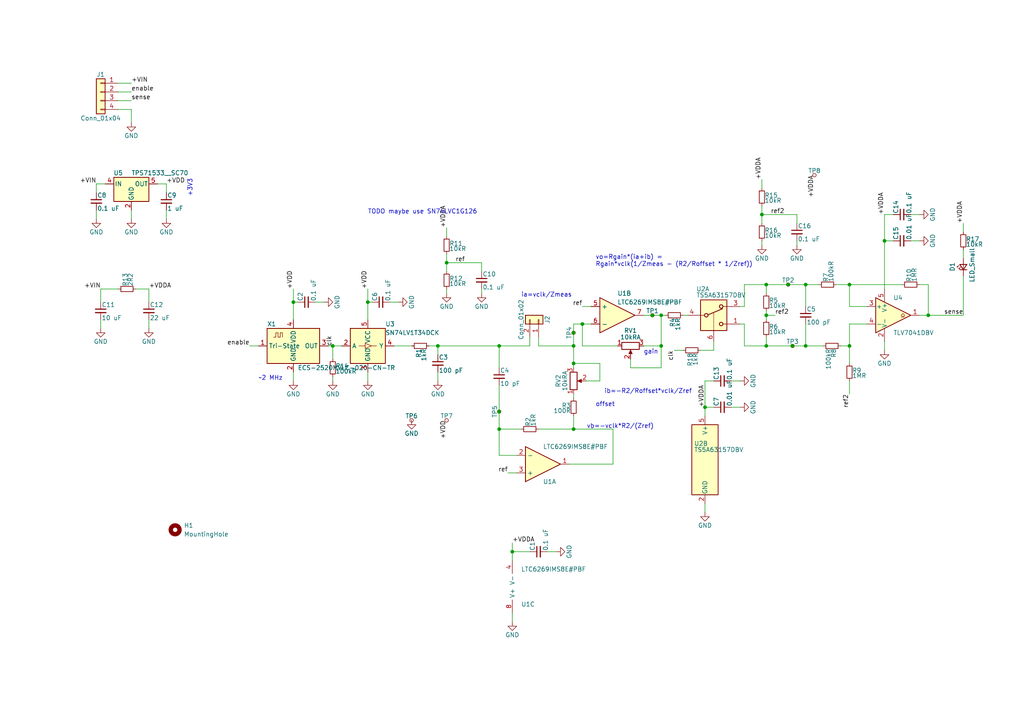
<source format=kicad_sch>
(kicad_sch (version 20231120) (generator "eeschema") (generator_version "8.0")
  (paper "A4")
  (lib_symbols
    (symbol "Analog_Switch:TS5A63157DBV" (pin_names (offset 0.127))
      (property "Reference" "U" (at -3.175 4.699 0))
      (property "Value" "TS5A63157DBV" (at -3.175 2.921 0))
      (symbol "TS5A63157DBV_1_1"
        (rectangle (start -3.81 4.445) (end 3.81 -4.445) (stroke (width 0.254)) (fill (type background)))
        (circle (center -2.159 0) (radius 0.508) (stroke (width 0.254)))
        (polyline (pts (xy -5.08 0) (xy -2.794 0)))
        (polyline (pts (xy -1.651 0.127) (xy 2.54 1.905)) (stroke (width 0.254)))
        (polyline (pts (xy 0 -5.08) (xy 0 -4.572)))
        (polyline (pts (xy 0 -4.318) (xy 0 -4.064)))
        (polyline (pts (xy 0 -3.81) (xy 0 -3.556)))
        (polyline (pts (xy 0 -3.302) (xy 0 -3.048)))
        (polyline (pts (xy 0 -2.794) (xy 0 -2.54)))
        (polyline (pts (xy 0 -2.286) (xy 0 -2.032)))
        (polyline (pts (xy 0 -1.778) (xy 0 -1.524)))
        (polyline (pts (xy 0 -1.27) (xy 0 -1.016)))
        (polyline (pts (xy 0 -0.762) (xy 0 -0.508)))
        (polyline (pts (xy 0 -0.254) (xy 0 0)))
        (polyline (pts (xy 0 0.254) (xy 0 0.508)))
        (polyline (pts (xy 0 0.254) (xy 0 0.508)))
        (polyline (pts (xy 5.08 -2.54) (xy 2.794 -2.54)))
        (polyline (pts (xy 5.08 2.54) (xy 2.794 2.54)))
        (circle (center 2.159 -2.54) (radius 0.508) (stroke (width 0.254)))
        (circle (center 2.159 2.54) (radius 0.508) (stroke (width 0.254)))
        (pin passive line (at 7.62 -2.54 180) (length 2.54) (name "~") (number "1"))
        (pin passive line (at 7.62 2.54 180) (length 2.54) (name "~") (number "3"))
        (pin passive line (at -7.62 0 0) (length 2.54) (name "~") (number "4"))
        (pin input line (at 0 -7.62 90) (length 2.54) (name "~") (number "6"))
      )
      (symbol "TS5A63157DBV_2_0"
        (pin power_in line (at 0 -12.7 90) (length 2.54) (name "GND") (number "2"))
        (pin power_in line (at 0 12.7 270) (length 2.54) (name "V+") (number "5"))
      )
      (symbol "TS5A63157DBV_2_1"
        (rectangle (start -3.81 10.16) (end 3.81 -10.16) (stroke (width 0.254)) (fill (type background)))
      )
    )
    (symbol "Comparator:TLV7041DBV" (pin_names (offset 0.127))
      (property "Reference" "U" (at 0 5.08 0))
      (property "Value" "TLV7041DBV" (at 0 -5.08 0))
      (symbol "TLV7041DBV_0_1"
        (polyline (pts (xy -5.08 5.08) (xy 5.08 0) (xy -5.08 -5.08) (xy -5.08 5.08)) (stroke (width 0.254)) (fill (type background)))
        (polyline (pts (xy 3.302 -0.508) (xy 2.794 -0.508) (xy 3.302 0) (xy 2.794 0.508) (xy 2.286 0) (xy 2.794 -0.508) (xy 2.286 -0.508)) (stroke (width 0.127)))
        (pin power_in line (at -2.54 -7.62 90) (length 3.81) (name "V-") (number "2"))
        (pin power_in line (at -2.54 7.62 270) (length 3.81) (name "V+") (number "5"))
      )
      (symbol "TLV7041DBV_1_1"
        (pin open_collector line (at 7.62 0 180) (length 2.54) (name "~") (number "1"))
        (pin input line (at -7.62 2.54 0) (length 2.54) (name "+") (number "3"))
        (pin input line (at -7.62 -2.54 0) (length 2.54) (name "-") (number "4"))
      )
    )
    (symbol "Connector:TestPoint_Small" (pin_numbers hide) (pin_names (offset 0.762) hide)
      (property "Reference" "TP" (at 0 3.81 0))
      (property "Value" "TestPoint_Small" (at 0 2.032 0))
      (symbol "TestPoint_Small_0_1"
        (circle (center 0 0) (radius 0.508))
      )
      (symbol "TestPoint_Small_1_1"
        (pin passive line (at 0 0 90) (length 0) (name "1") (number "1"))
      )
    )
    (symbol "Connector_Generic:Conn_01x02" (pin_names (offset 1.016) hide)
      (property "Reference" "J" (at 0 2.54 0))
      (property "Value" "Conn_01x02" (at 0 -5.08 0))
      (symbol "Conn_01x02_1_1"
        (rectangle (start -1.27 -2.413) (end 0 -2.667) (stroke (width 0.1524)))
        (rectangle (start -1.27 0.127) (end 0 -0.127) (stroke (width 0.1524)))
        (rectangle (start -1.27 1.27) (end 1.27 -3.81) (stroke (width 0.254)) (fill (type background)))
        (pin passive line (at -5.08 0 0) (length 3.81) (name "Pin_1") (number "1"))
        (pin passive line (at -5.08 -2.54 0) (length 3.81) (name "Pin_2") (number "2"))
      )
    )
    (symbol "Connector_Generic:Conn_01x04" (pin_names (offset 1.016) hide)
      (property "Reference" "J" (at 0 5.08 0))
      (property "Value" "Conn_01x04" (at 0 -7.62 0))
      (symbol "Conn_01x04_1_1"
        (rectangle (start -1.27 -4.953) (end 0 -5.207) (stroke (width 0.1524)))
        (rectangle (start -1.27 -2.413) (end 0 -2.667) (stroke (width 0.1524)))
        (rectangle (start -1.27 0.127) (end 0 -0.127) (stroke (width 0.1524)))
        (rectangle (start -1.27 2.667) (end 0 2.413) (stroke (width 0.1524)))
        (rectangle (start -1.27 3.81) (end 1.27 -6.35) (stroke (width 0.254)) (fill (type background)))
        (pin passive line (at -5.08 2.54 0) (length 3.81) (name "Pin_1") (number "1"))
        (pin passive line (at -5.08 0 0) (length 3.81) (name "Pin_2") (number "2"))
        (pin passive line (at -5.08 -2.54 0) (length 3.81) (name "Pin_3") (number "3"))
        (pin passive line (at -5.08 -5.08 0) (length 3.81) (name "Pin_4") (number "4"))
      )
    )
    (symbol "Device:C_Small" (pin_numbers hide) (pin_names (offset 0.254) hide)
      (property "Reference" "C" (at 0.254 1.778 0))
      (property "Value" "C_Small" (at 0.254 -2.032 0))
      (symbol "C_Small_0_1"
        (polyline (pts (xy -1.524 -0.508) (xy 1.524 -0.508)) (stroke (width 0.3302)))
        (polyline (pts (xy -1.524 0.508) (xy 1.524 0.508)) (stroke (width 0.3048)))
      )
      (symbol "C_Small_1_1"
        (pin passive line (at 0 2.54 270) (length 2.032) (name "~") (number "1"))
        (pin passive line (at 0 -2.54 90) (length 2.032) (name "~") (number "2"))
      )
    )
    (symbol "Device:LED_Small" (pin_numbers hide) (pin_names (offset 0.254) hide)
      (property "Reference" "D" (at -1.27 3.175 0))
      (property "Value" "LED_Small" (at -4.445 -2.54 0))
      (symbol "LED_Small_0_1"
        (polyline (pts (xy -0.762 -1.016) (xy -0.762 1.016)) (stroke (width 0.254)))
        (polyline (pts (xy 1.016 0) (xy -0.762 0)))
        (polyline (pts (xy 0.762 -1.016) (xy -0.762 0) (xy 0.762 1.016) (xy 0.762 -1.016)) (stroke (width 0.254)))
        (polyline (pts (xy 0 0.762) (xy -0.508 1.27) (xy -0.254 1.27) (xy -0.508 1.27) (xy -0.508 1.016)))
        (polyline (pts (xy 0.508 1.27) (xy 0 1.778) (xy 0.254 1.778) (xy 0 1.778) (xy 0 1.524)))
      )
      (symbol "LED_Small_1_1"
        (pin passive line (at -2.54 0 0) (length 1.778) (name "K") (number "1"))
        (pin passive line (at 2.54 0 180) (length 1.778) (name "A") (number "2"))
      )
    )
    (symbol "Device:Opamp_Dual"
      (property "Reference" "U" (at 0 5.08 0))
      (property "Value" "Opamp_Dual" (at 0 -5.08 0))
      (symbol "Opamp_Dual_1_1"
        (polyline (pts (xy -5.08 5.08) (xy 5.08 0) (xy -5.08 -5.08) (xy -5.08 5.08)) (stroke (width 0.254)) (fill (type background)))
        (pin output line (at 7.62 0 180) (length 2.54) (name "~") (number "1"))
        (pin input line (at -7.62 -2.54 0) (length 2.54) (name "-") (number "2"))
        (pin input line (at -7.62 2.54 0) (length 2.54) (name "+") (number "3"))
      )
      (symbol "Opamp_Dual_2_1"
        (polyline (pts (xy -5.08 5.08) (xy 5.08 0) (xy -5.08 -5.08) (xy -5.08 5.08)) (stroke (width 0.254)) (fill (type background)))
        (pin input line (at -7.62 2.54 0) (length 2.54) (name "+") (number "5"))
        (pin input line (at -7.62 -2.54 0) (length 2.54) (name "-") (number "6"))
        (pin output line (at 7.62 0 180) (length 2.54) (name "~") (number "7"))
      )
      (symbol "Opamp_Dual_3_1"
        (pin power_in line (at -2.54 -7.62 90) (length 3.81) (name "V-") (number "4"))
        (pin power_in line (at -2.54 7.62 270) (length 3.81) (name "V+") (number "8"))
      )
    )
    (symbol "Device:R_Potentiometer" (pin_names (offset 1.016) hide)
      (property "Reference" "RV" (at -4.445 0 90))
      (property "Value" "R_Potentiometer" (at -2.54 0 90))
      (symbol "R_Potentiometer_0_1"
        (polyline (pts (xy 2.54 0) (xy 1.524 0)))
        (polyline (pts (xy 1.143 0) (xy 2.286 0.508) (xy 2.286 -0.508) (xy 1.143 0)) (fill (type outline)))
        (rectangle (start 1.016 2.54) (end -1.016 -2.54) (stroke (width 0.254)))
      )
      (symbol "R_Potentiometer_1_1"
        (pin passive line (at 0 3.81 270) (length 1.27) (name "1") (number "1"))
        (pin passive line (at 3.81 0 180) (length 1.27) (name "2") (number "2"))
        (pin passive line (at 0 -3.81 90) (length 1.27) (name "3") (number "3"))
      )
    )
    (symbol "Device:R_Small" (pin_numbers hide) (pin_names (offset 0.254) hide)
      (property "Reference" "R" (at 0.762 0.508 0))
      (property "Value" "R_Small" (at 0.762 -1.016 0))
      (symbol "R_Small_0_1"
        (rectangle (start -0.762 1.778) (end 0.762 -1.778) (stroke (width 0.2032)))
      )
      (symbol "R_Small_1_1"
        (pin passive line (at 0 2.54 270) (length 0.762) (name "~") (number "1"))
        (pin passive line (at 0 -2.54 90) (length 0.762) (name "~") (number "2"))
      )
    )
    (symbol "Logic_LevelTranslator:SN74LV1T34DCK"
      (property "Reference" "U" (at 5.08 6.35 0))
      (property "Value" "SN74LV1T34DCK" (at 5.08 3.81 0))
      (symbol "SN74LV1T34DCK_0_1"
        (rectangle (start -5.08 5.08) (end 5.08 -5.08) (stroke (width 0.254)) (fill (type background)))
        (polyline (pts (xy -0.762 0) (xy -2.54 0)))
        (polyline (pts (xy 1.016 0) (xy 2.54 0)))
      )
      (symbol "SN74LV1T34DCK_1_1"
        (polyline (pts (xy -0.762 -0.762) (xy -0.762 0.762) (xy 1.016 0) (xy -0.762 -0.762)))
        (pin no_connect line (at -5.08 2.54 0) (length 2.54) hide (name "NC") (number "1"))
        (pin input line (at -7.62 0 0) (length 2.54) (name "A") (number "2"))
        (pin power_in line (at 0 -7.62 90) (length 2.54) (name "GND") (number "3"))
        (pin output line (at 7.62 0 180) (length 2.54) (name "Y") (number "4"))
        (pin power_in line (at 0 7.62 270) (length 2.54) (name "VCC") (number "5"))
      )
    )
    (symbol "Mechanical:MountingHole" (pin_names (offset 1.016))
      (property "Reference" "H" (at 0 5.08 0))
      (property "Value" "MountingHole" (at 0 3.175 0))
      (symbol "MountingHole_0_1"
        (circle (center 0 0) (radius 1.27) (stroke (width 1.27)))
      )
    )
    (symbol "Oscillator:ASCO"
      (property "Reference" "X" (at -7.62 6.35 0))
      (property "Value" "ASCO" (at 1.27 -6.35 0))
      (symbol "ASCO_0_1"
        (rectangle (start -7.62 5.08) (end 7.62 -5.08) (stroke (width 0.254)) (fill (type background)))
        (polyline (pts (xy -5.715 2.54) (xy -5.08 2.54) (xy -5.08 3.81) (xy -4.445 3.81) (xy -4.445 2.54) (xy -3.81 2.54) (xy -3.81 3.81) (xy -3.175 3.81) (xy -3.175 2.54)))
      )
      (symbol "ASCO_1_1"
        (pin input line (at -10.16 0 0) (length 2.54) (name "Tri-State") (number "1"))
        (pin power_in line (at 0 -7.62 90) (length 2.54) (name "GND") (number "2"))
        (pin output line (at 10.16 0 180) (length 2.54) (name "OUT") (number "3"))
        (pin power_in line (at 0 7.62 270) (length 2.54) (name "VDD") (number "4"))
      )
    )
    (symbol "Regulator_Linear:TPS71533__SC70" (pin_names (offset 0.254))
      (property "Reference" "U" (at -3.81 3.175 0))
      (property "Value" "TPS71533__SC70" (at 0 3.175 0))
      (symbol "TPS71533__SC70_0_1"
        (rectangle (start -5.08 1.905) (end 5.08 -5.08) (stroke (width 0.254)) (fill (type background)))
      )
      (symbol "TPS71533__SC70_1_1"
        (pin no_connect line (at 5.08 -2.54 180) (length 2.54) hide (name "NC") (number "1"))
        (pin power_in line (at 0 -7.62 90) (length 2.54) (name "GND") (number "2"))
        (pin no_connect line (at -5.08 -2.54 0) (length 2.54) hide (name "NC") (number "3"))
        (pin power_in line (at -7.62 0 0) (length 2.54) (name "IN") (number "4"))
        (pin power_out line (at 7.62 0 180) (length 2.54) (name "OUT") (number "5"))
      )
    )
    (symbol "power:GND" (power) (pin_names (offset 0))
      (property "Value" "GND" (at 0 -3.81 0))
      (symbol "GND_0_1"
        (polyline (pts (xy 0 0) (xy 0 -1.27) (xy 1.27 -1.27) (xy 0 -2.54) (xy -1.27 -1.27) (xy 0 -1.27)))
      )
      (symbol "GND_1_1"
        (pin power_in line (at 0 0 270) (length 0) hide (name "GND") (number "1"))
      )
    )
  )
  (junction (at 166.37 96.52))
  (junction (at 191.77 100.33))
  (junction (at 222.25 82.55))
  (junction (at 204.47 118.11))
  (junction (at 144.78 119.38))
  (junction (at 85.09 87.63))
  (junction (at 228.6 82.55))
  (junction (at 144.78 124.46))
  (junction (at 168.91 93.98))
  (junction (at 229.87 100.33))
  (junction (at 106.68 87.63))
  (junction (at 189.23 91.44))
  (junction (at 222.25 100.33))
  (junction (at 233.68 100.33))
  (junction (at 233.68 82.55))
  (junction (at 166.37 124.46))
  (junction (at 144.78 100.33))
  (junction (at 129.54 76.2))
  (junction (at 96.52 100.33))
  (junction (at 269.24 91.44))
  (junction (at 246.38 82.55))
  (junction (at 166.37 105.41))
  (junction (at 222.25 91.44))
  (junction (at 127 100.33))
  (junction (at 246.38 100.33))
  (junction (at 166.37 100.33))
  (junction (at 220.98 62.23))
  (junction (at 148.59 160.02))
  (junction (at 191.77 91.44))
  (junction (at 256.54 69.85))
  (wire (pts (xy 129.54 76.2) (xy 129.54 78.74)))
  (wire (pts (xy 96.52 100.33) (xy 99.06 100.33)))
  (wire (pts (xy 231.14 64.77) (xy 231.14 62.23)))
  (wire (pts (xy 191.77 100.33) (xy 191.77 91.44)))
  (wire (pts (xy 256.54 62.23) (xy 256.54 69.85)))
  (wire (pts (xy 86.36 87.63) (xy 85.09 87.63)))
  (wire (pts (xy 48.26 60.96) (xy 48.26 63.5)))
  (wire (pts (xy 195.58 101.6) (xy 198.12 101.6)))
  (wire (pts (xy 191.77 91.44) (xy 189.23 91.44)))
  (wire (pts (xy 279.4 64.77) (xy 279.4 67.31)))
  (wire (pts (xy 171.45 93.98) (xy 168.91 93.98)))
  (wire (pts (xy 228.6 82.55) (xy 222.25 82.55)))
  (wire (pts (xy 129.54 76.2) (xy 139.7 76.2)))
  (wire (pts (xy 204.47 146.05) (xy 204.47 148.59)))
  (wire (pts (xy 127 100.33) (xy 124.46 100.33)))
  (wire (pts (xy 85.09 83.82) (xy 85.09 87.63)))
  (wire (pts (xy 207.01 110.49) (xy 204.47 110.49)))
  (wire (pts (xy 168.91 93.98) (xy 166.37 93.98)))
  (wire (pts (xy 27.94 53.34) (xy 27.94 55.88)))
  (wire (pts (xy 148.59 160.02) (xy 148.59 162.56)))
  (wire (pts (xy 279.4 72.39) (xy 279.4 74.93)))
  (wire (pts (xy 220.98 62.23) (xy 220.98 64.77)))
  (wire (pts (xy 144.78 124.46) (xy 151.13 124.46)))
  (wire (pts (xy 229.87 100.33) (xy 222.25 100.33)))
  (wire (pts (xy 156.21 100.33) (xy 156.21 97.79)))
  (wire (pts (xy 233.68 93.98) (xy 233.68 100.33)))
  (wire (pts (xy 168.91 88.9) (xy 171.45 88.9)))
  (wire (pts (xy 222.25 97.79) (xy 222.25 100.33)))
  (wire (pts (xy 215.9 93.98) (xy 215.9 100.33)))
  (wire (pts (xy 147.32 137.16) (xy 149.86 137.16)))
  (wire (pts (xy 166.37 96.52) (xy 166.37 100.33)))
  (wire (pts (xy 158.75 160.02) (xy 161.29 160.02)))
  (wire (pts (xy 85.09 87.63) (xy 85.09 92.71)))
  (wire (pts (xy 204.47 110.49) (xy 204.47 118.11)))
  (wire (pts (xy 177.8 134.62) (xy 177.8 124.46)))
  (wire (pts (xy 222.25 82.55) (xy 222.25 85.09)))
  (wire (pts (xy 269.24 82.55) (xy 269.24 91.44)))
  (wire (pts (xy 204.47 118.11) (xy 207.01 118.11)))
  (wire (pts (xy 246.38 93.98) (xy 246.38 100.33)))
  (wire (pts (xy 144.78 100.33) (xy 144.78 106.68)))
  (wire (pts (xy 189.23 91.44) (xy 186.69 91.44)))
  (wire (pts (xy 106.68 107.95) (xy 106.68 110.49)))
  (wire (pts (xy 153.67 97.79) (xy 153.67 100.33)))
  (wire (pts (xy 95.25 100.33) (xy 96.52 100.33)))
  (wire (pts (xy 165.1 134.62) (xy 177.8 134.62)))
  (wire (pts (xy 177.8 124.46) (xy 166.37 124.46)))
  (wire (pts (xy 27.94 53.34) (xy 30.48 53.34)))
  (wire (pts (xy 129.54 73.66) (xy 129.54 76.2)))
  (wire (pts (xy 156.21 100.33) (xy 166.37 100.33)))
  (wire (pts (xy 144.78 132.08) (xy 144.78 124.46)))
  (wire (pts (xy 256.54 69.85) (xy 259.08 69.85)))
  (wire (pts (xy 168.91 100.33) (xy 179.07 100.33)))
  (wire (pts (xy 29.21 92.71) (xy 29.21 95.25)))
  (wire (pts (xy 43.18 92.71) (xy 43.18 95.25)))
  (wire (pts (xy 38.1 60.96) (xy 38.1 63.5)))
  (wire (pts (xy 48.26 53.34) (xy 48.26 55.88)))
  (wire (pts (xy 251.46 88.9) (xy 246.38 88.9)))
  (wire (pts (xy 220.98 62.23) (xy 231.14 62.23)))
  (wire (pts (xy 173.99 110.49) (xy 173.99 105.41)))
  (wire (pts (xy 186.69 100.33) (xy 191.77 100.33)))
  (wire (pts (xy 215.9 88.9) (xy 215.9 82.55)))
  (wire (pts (xy 279.4 80.01) (xy 279.4 91.44)))
  (wire (pts (xy 129.54 83.82) (xy 129.54 85.09)))
  (wire (pts (xy 214.63 88.9) (xy 215.9 88.9)))
  (wire (pts (xy 212.09 118.11) (xy 214.63 118.11)))
  (wire (pts (xy 113.03 87.63) (xy 115.57 87.63)))
  (wire (pts (xy 264.16 69.85) (xy 266.7 69.85)))
  (wire (pts (xy 233.68 100.33) (xy 238.76 100.33)))
  (wire (pts (xy 243.84 100.33) (xy 246.38 100.33)))
  (wire (pts (xy 148.59 160.02) (xy 153.67 160.02)))
  (wire (pts (xy 166.37 100.33) (xy 166.37 105.41)))
  (wire (pts (xy 170.18 110.49) (xy 173.99 110.49)))
  (wire (pts (xy 139.7 83.82) (xy 139.7 85.09)))
  (wire (pts (xy 166.37 115.57) (xy 166.37 114.3)))
  (wire (pts (xy 106.68 83.82) (xy 106.68 87.63)))
  (wire (pts (xy 191.77 106.68) (xy 191.77 100.33)))
  (wire (pts (xy 43.18 83.82) (xy 43.18 87.63)))
  (wire (pts (xy 246.38 82.55) (xy 261.62 82.55)))
  (wire (pts (xy 233.68 82.55) (xy 237.49 82.55)))
  (wire (pts (xy 168.91 100.33) (xy 168.91 93.98)))
  (wire (pts (xy 114.3 100.33) (xy 119.38 100.33)))
  (wire (pts (xy 166.37 93.98) (xy 166.37 96.52)))
  (wire (pts (xy 259.08 62.23) (xy 256.54 62.23)))
  (wire (pts (xy 231.14 69.85) (xy 231.14 71.12)))
  (wire (pts (xy 222.25 91.44) (xy 224.79 91.44)))
  (wire (pts (xy 96.52 100.33) (xy 96.52 104.14)))
  (wire (pts (xy 149.86 132.08) (xy 144.78 132.08)))
  (wire (pts (xy 45.72 53.34) (xy 48.26 53.34)))
  (wire (pts (xy 256.54 69.85) (xy 256.54 83.82)))
  (wire (pts (xy 127 107.95) (xy 127 110.49)))
  (wire (pts (xy 34.29 31.75) (xy 38.1 31.75)))
  (wire (pts (xy 144.78 119.38) (xy 144.78 124.46)))
  (wire (pts (xy 182.88 104.14) (xy 182.88 106.68)))
  (wire (pts (xy 156.21 124.46) (xy 166.37 124.46)))
  (wire (pts (xy 166.37 120.65) (xy 166.37 124.46)))
  (wire (pts (xy 127 100.33) (xy 144.78 100.33)))
  (wire (pts (xy 72.39 100.33) (xy 74.93 100.33)))
  (wire (pts (xy 91.44 87.63) (xy 93.98 87.63)))
  (wire (pts (xy 166.37 105.41) (xy 166.37 106.68)))
  (wire (pts (xy 173.99 105.41) (xy 166.37 105.41)))
  (wire (pts (xy 34.29 26.67) (xy 38.1 26.67)))
  (wire (pts (xy 220.98 69.85) (xy 220.98 71.12)))
  (wire (pts (xy 212.09 110.49) (xy 214.63 110.49)))
  (wire (pts (xy 246.38 110.49) (xy 246.38 114.3)))
  (wire (pts (xy 148.59 177.8) (xy 148.59 180.34)))
  (wire (pts (xy 144.78 100.33) (xy 153.67 100.33)))
  (wire (pts (xy 266.7 91.44) (xy 269.24 91.44)))
  (wire (pts (xy 233.68 88.9) (xy 233.68 82.55)))
  (wire (pts (xy 148.59 157.48) (xy 148.59 160.02)))
  (wire (pts (xy 251.46 93.98) (xy 246.38 93.98)))
  (wire (pts (xy 182.88 106.68) (xy 191.77 106.68)))
  (wire (pts (xy 34.29 29.21) (xy 38.1 29.21)))
  (wire (pts (xy 215.9 82.55) (xy 222.25 82.55)))
  (wire (pts (xy 233.68 82.55) (xy 228.6 82.55)))
  (wire (pts (xy 39.37 83.82) (xy 43.18 83.82)))
  (wire (pts (xy 256.54 99.06) (xy 256.54 101.6)))
  (wire (pts (xy 38.1 35.56) (xy 38.1 31.75)))
  (wire (pts (xy 222.25 91.44) (xy 222.25 92.71)))
  (wire (pts (xy 29.21 83.82) (xy 34.29 83.82)))
  (wire (pts (xy 266.7 82.55) (xy 269.24 82.55)))
  (wire (pts (xy 106.68 87.63) (xy 106.68 92.71)))
  (wire (pts (xy 220.98 52.07) (xy 220.98 54.61)))
  (wire (pts (xy 107.95 87.63) (xy 106.68 87.63)))
  (wire (pts (xy 96.52 109.22) (xy 96.52 110.49)))
  (wire (pts (xy 129.54 66.04) (xy 129.54 68.58)))
  (wire (pts (xy 27.94 60.96) (xy 27.94 63.5)))
  (wire (pts (xy 191.77 91.44) (xy 193.04 91.44)))
  (wire (pts (xy 198.12 91.44) (xy 199.39 91.44)))
  (wire (pts (xy 204.47 118.11) (xy 204.47 120.65)))
  (wire (pts (xy 34.29 24.13) (xy 38.1 24.13)))
  (wire (pts (xy 233.68 100.33) (xy 229.87 100.33)))
  (wire (pts (xy 222.25 90.17) (xy 222.25 91.44)))
  (wire (pts (xy 269.24 91.44) (xy 279.4 91.44)))
  (wire (pts (xy 203.2 101.6) (xy 207.01 101.6)))
  (wire (pts (xy 29.21 83.82) (xy 29.21 87.63)))
  (wire (pts (xy 127 102.87) (xy 127 100.33)))
  (wire (pts (xy 207.01 99.06) (xy 207.01 101.6)))
  (wire (pts (xy 242.57 82.55) (xy 246.38 82.55)))
  (wire (pts (xy 264.16 62.23) (xy 266.7 62.23)))
  (wire (pts (xy 215.9 100.33) (xy 222.25 100.33)))
  (wire (pts (xy 85.09 107.95) (xy 85.09 110.49)))
  (wire (pts (xy 220.98 59.69) (xy 220.98 62.23)))
  (wire (pts (xy 214.63 93.98) (xy 215.9 93.98)))
  (wire (pts (xy 144.78 111.76) (xy 144.78 119.38)))
  (wire (pts (xy 246.38 100.33) (xy 246.38 105.41)))
  (wire (pts (xy 139.7 78.74) (xy 139.7 76.2)))
  (wire (pts (xy 246.38 88.9) (xy 246.38 82.55)))
  (text "vb=-vclk*R2/(Zref)" (at 170.18 124.46 0) (effects (font (size 1.27 1.27)) (justify left bottom)))
  (text "offset" (at 172.72 118.11 0) (effects (font (size 1.27 1.27)) (justify left bottom)))
  (text "gain" (at 186.69 102.87 0) (effects (font (size 1.27 1.27)) (justify left bottom)))
  (text "vo=Rgain*(ia+ib) = \nRgain*vclk(1/Zmeas - (R2/Roffset * 1/Zref))" (at 172.72 77.47 0) (effects (font (size 1.27 1.27)) (justify left bottom)))
  (text "+3V3" (at 55.88 57.15 90) (effects (font (size 1.27 1.27)) (justify left bottom)))
  (text "~2 MHz" (at 74.93 110.49 0) (effects (font (size 1.27 1.27)) (justify left bottom)))
  (text "ia=vclk/Zmeas" (at 151.13 86.36 0) (effects (font (size 1.27 1.27)) (justify left bottom)))
  (text "TODO maybe use SN74LVC1G126" (at 106.68 62.23 0) (effects (font (size 1.27 1.27)) (justify left bottom)))
  (text "ib=-R2/Roffset*vclk/Zref" (at 175.26 114.3 0) (effects (font (size 1.27 1.27)) (justify left bottom)))
  (label "ref" (at 168.91 88.9 180))
  (label "enable" (at 38.1 26.67 0))
  (label "ref" (at 132.08 76.2 0))
  (label "+VIN" (at 29.21 83.82 180))
  (label "clk" (at 96.52 100.33 90))
  (label "enable" (at 72.39 100.33 180))
  (label "+VDDA" (at 236.22 50.8 270))
  (label "+VDDA" (at 256.54 62.23 90))
  (label "ref" (at 147.32 137.16 180))
  (label "+VDD" (at 48.26 53.34 0))
  (label "+VIN" (at 27.94 53.34 180))
  (label "+VIN" (at 38.1 24.13 0))
  (label "+VDDA" (at 279.4 64.77 90))
  (label "+VDDA" (at 129.54 66.04 90))
  (label "sense" (at 38.1 29.21 0))
  (label "+VDD" (at 129.54 121.92 270))
  (label "+VDDA" (at 43.18 83.82 0))
  (label "ref2" (at 224.79 91.44 0))
  (label "sense" (at 279.4 91.44 180))
  (label "+VDDA" (at 204.47 118.11 90))
  (label "clk" (at 195.58 101.6 270))
  (label "ref2" (at 246.38 114.3 270))
  (label "+VDDA" (at 220.98 52.07 90))
  (label "+VDD" (at 106.68 83.82 90))
  (label "+VDD" (at 85.09 83.82 90))
  (label "+VDDA" (at 148.59 157.48 0))
  (label "ref2" (at 223.52 62.23 0))
  (symbol (lib_id "power:GND") (at 139.7 85.09 0) (unit 1)
    (property "Reference" "#PWR018" (effects (hide yes)))
    (property "Value" "GND" (at 139.7 88.9 0))
  )
  (symbol (lib_id "Connector:TestPoint_Small") (at 119.38 121.92 0) (unit 1)
    (property "Reference" "TP6" (at 119.38 120.65 0))
    (property "Value" "TestPoint_Small" (effects (hide yes)))
    (property "Footprint" "TestPoint:TestPoint_Pad_D1.0mm" (effects (hide yes)))
    (property "Digikey" "NoPart" (effects (hide yes)))
  )
  (symbol (lib_id "Device:C_Small") (at 27.94 58.42 0) (unit 1)
    (property "Reference" "C8" (at 28.194 56.642 0) (effects (justify left)))
    (property "Value" "0.1 uF" (at 28.194 60.452 0) (effects (justify left)))
    (property "Footprint" "Capacitor_SMD:C_0402_1005Metric_Pad0.74x0.62mm_HandSolder" (effects (hide yes)))
    (property "Digikey" "1276-1002-1-ND" (effects (hide yes)))
  )
  (symbol (lib_id "Device:R_Small") (at 121.92 100.33 90) (mirror x) (unit 1)
    (property "Reference" "R1" (at 121.412 101.092 0) (effects (justify left)))
    (property "Value" "1kR" (at 122.936 101.092 0) (effects (justify left)))
    (property "Footprint" "Resistor_SMD:R_0402_1005Metric_Pad0.72x0.64mm_HandSolder" (effects (hide yes)))
    (property "Digikey" "311-1.00KLRCT-ND" (effects (hide yes)))
  )
  (symbol (lib_id "Device:R_Small") (at 129.54 81.28 0) (unit 1)
    (property "Reference" "R12" (at 130.302 80.772 0) (effects (justify left)))
    (property "Value" "10kR" (at 130.302 82.296 0) (effects (justify left)))
    (property "Footprint" "Resistor_SMD:R_0402_1005Metric_Pad0.72x0.64mm_HandSolder" (effects (hide yes)))
    (property "Digikey" "1276-3431-1-ND" (effects (hide yes)))
  )
  (symbol (lib_id "Connector:TestPoint_Small") (at 129.54 121.92 0) (unit 1)
    (property "Reference" "TP7" (at 129.54 120.65 0))
    (property "Value" "TestPoint_Small" (effects (hide yes)))
    (property "Footprint" "TestPoint:TestPoint_Pad_D1.0mm" (effects (hide yes)))
    (property "Digikey" "NoPart" (effects (hide yes)))
  )
  (symbol (lib_id "Device:Opamp_Dual") (at 157.48 134.62 0) (mirror x) (unit 1)
    (property "Reference" "U1" (at 157.48 139.7 0) (effects (justify left)))
    (property "Value" "LTC6269IMS8E#PBF" (at 157.48 129.54 0) (effects (justify left)))
    (property "Footprint" "Package_SO:MSOP-8-1EP_3x3mm_P0.65mm_EP1.68x1.88mm" (effects (hide yes)))
    (property "Sim.Name" "kicad_builtin_opamp_dual" (effects (hide yes)))
    (property "Sim.Device" "SUBCKT" (effects (hide yes)))
    (property "Sim.Pins" "1=out1 2=in1- 3=in1+ 4=vee 5=in2+ 6=in2- 7=out2 8=vcc" (effects (hide yes)))
    (property "Digikey" "505-LTC6269IMS8E#PBF-ND" (effects (hide yes)))
  )
  (symbol (lib_id "Device:C_Small") (at 139.7 81.28 0) (unit 1)
    (property "Reference" "C10" (at 139.954 79.502 0) (effects (justify left)))
    (property "Value" "0.1 uF" (at 139.954 83.312 0) (effects (justify left)))
    (property "Footprint" "Capacitor_SMD:C_0402_1005Metric_Pad0.74x0.62mm_HandSolder" (effects (hide yes)))
    (property "Digikey" "1276-1002-1-ND" (effects (hide yes)))
  )
  (symbol (lib_id "Device:R_Small") (at 222.25 87.63 0) (unit 1)
    (property "Reference" "R5" (at 223.012 87.122 0) (effects (justify left)))
    (property "Value" "10kR" (at 223.012 88.646 0) (effects (justify left)))
    (property "Footprint" "Resistor_SMD:R_0402_1005Metric_Pad0.72x0.64mm_HandSolder" (effects (hide yes)))
    (property "Digikey" "1276-3431-1-ND" (effects (hide yes)))
  )
  (symbol (lib_id "Device:Opamp_Dual") (at 179.07 91.44 0) (unit 2)
    (property "Reference" "U1" (at 179.07 85.09 0) (effects (justify left)))
    (property "Value" "LTC6269IMS8E#PBF" (at 179.07 87.63 0) (effects (justify left)))
    (property "Footprint" "Package_SO:MSOP-8-1EP_3x3mm_P0.65mm_EP1.68x1.88mm" (effects (hide yes)))
    (property "Sim.Name" "kicad_builtin_opamp_dual" (effects (hide yes)))
    (property "Sim.Device" "SUBCKT" (effects (hide yes)))
    (property "Sim.Pins" "1=out1 2=in1- 3=in1+ 4=vee 5=in2+ 6=in2- 7=out2 8=vcc" (effects (hide yes)))
    (property "Digikey" "505-LTC6269IMS8E#PBF-ND" (effects (hide yes)))
  )
  (symbol (lib_id "Device:C_Small") (at 156.21 160.02 90) (unit 1)
    (property "Reference" "C1" (at 154.432 159.766 0) (effects (justify left)))
    (property "Value" "0.1 uF" (at 158.242 159.766 0) (effects (justify left)))
    (property "Footprint" "Capacitor_SMD:C_0402_1005Metric_Pad0.74x0.62mm_HandSolder" (effects (hide yes)))
    (property "Digikey" "1276-1002-1-ND" (effects (hide yes)))
  )
  (symbol (lib_id "power:GND") (at 106.68 110.49 0) (unit 1)
    (property "Reference" "#PWR013" (effects (hide yes)))
    (property "Value" "GND" (at 106.68 114.3 0))
  )
  (symbol (lib_id "Device:R_Small") (at 166.37 118.11 0) (mirror y) (unit 1)
    (property "Reference" "R3" (at 165.608 117.602 0) (effects (justify left)))
    (property "Value" "100R" (at 165.608 119.126 0) (effects (justify left)))
    (property "Footprint" "Resistor_SMD:R_0402_1005Metric_Pad0.72x0.64mm_HandSolder" (effects (hide yes)))
    (property "Digikey" "311-100LRCT-ND" (effects (hide yes)))
  )
  (symbol (lib_id "Device:R_Small") (at 36.83 83.82 90) (unit 1)
    (property "Reference" "R13" (at 36.322 83.058 0) (effects (justify left)))
    (property "Value" "2R2" (at 37.846 83.058 0) (effects (justify left)))
    (property "Footprint" "Resistor_SMD:R_0402_1005Metric_Pad0.72x0.64mm_HandSolder" (effects (hide yes)))
    (property "Digikey" "311-2.20LRCT-ND" (effects (hide yes)))
  )
  (symbol (lib_id "power:GND") (at 214.63 118.11 90) (unit 1)
    (property "Reference" "#PWR09" (effects (hide yes)))
    (property "Value" "GND" (at 218.44 118.11 0))
  )
  (symbol (lib_id "Device:C_Small") (at 209.55 118.11 90) (unit 1)
    (property "Reference" "C7" (at 207.772 117.856 0) (effects (justify left)))
    (property "Value" "0.01 uF" (at 211.582 117.856 0) (effects (justify left)))
    (property "Footprint" "Capacitor_SMD:C_0402_1005Metric_Pad0.74x0.62mm_HandSolder" (effects (hide yes)))
    (property "Digikey" "490-1313-1-ND" (effects (hide yes)))
  )
  (symbol (lib_id "Analog_Switch:TS5A63157DBV") (at 204.47 133.35 0) (unit 2)
    (property "Reference" "U2" (at 201.295 128.651 0) (effects (justify left)))
    (property "Value" "TS5A63157DBV" (at 201.295 130.429 0) (effects (justify left)))
    (property "Footprint" "Package_TO_SOT_SMD:SOT-23-6" (effects (hide yes)))
    (property "Datasheet" "https://www.ti.com/lit/ds/symlink/ts5a63157.pdf" (effects (hide yes)))
    (property "Digikey" "296-21194-1-ND" (effects (hide yes)))
  )
  (symbol (lib_id "Connector:TestPoint_Small") (at 236.22 50.8 0) (unit 1)
    (property "Reference" "TP8" (at 236.22 49.53 0))
    (property "Value" "TestPoint_Small" (effects (hide yes)))
    (property "Footprint" "TestPoint:TestPoint_Pad_D1.0mm" (effects (hide yes)))
    (property "Digikey" "NoPart" (effects (hide yes)))
  )
  (symbol (lib_id "Analog_Switch:TS5A63157DBV") (at 207.01 91.44 0) (unit 1)
    (property "Reference" "U2" (at 201.93 83.82 0) (effects (justify left)))
    (property "Value" "TS5A63157DBV" (at 201.93 85.598 0) (effects (justify left)))
    (property "Footprint" "Package_TO_SOT_SMD:SOT-23-6" (effects (hide yes)))
    (property "Datasheet" "https://www.ti.com/lit/ds/symlink/ts5a63157.pdf" (effects (hide yes)))
    (property "Digikey" "296-21194-1-ND" (effects (hide yes)))
  )
  (symbol (lib_id "Connector:TestPoint_Small") (at 189.23 91.44 0) (unit 1)
    (property "Reference" "TP1" (at 189.23 90.17 0))
    (property "Value" "TestPoint_Small" (effects (hide yes)))
    (property "Footprint" "TestPoint:TestPoint_Pad_D1.0mm" (effects (hide yes)))
    (property "Digikey" "NoPart" (effects (hide yes)))
  )
  (symbol (lib_id "Device:R_Potentiometer") (at 182.88 100.33 90) (mirror x) (unit 1)
    (property "Reference" "RV1" (at 182.88 95.885 90))
    (property "Value" "10kRA" (at 182.88 97.79 90))
    (property "Footprint" "Potentiometer_THT:Potentiometer_Bourns_3006W_Horizontal" (effects (hide yes)))
    (property "Digikey" "3006W-103LF-ND" (effects (hide yes)))
  )
  (symbol (lib_id "power:GND") (at 266.7 62.23 90) (unit 1)
    (property "Reference" "#PWR022" (effects (hide yes)))
    (property "Value" "GND" (at 270.51 62.23 0))
  )
  (symbol (lib_id "Device:C_Small") (at 261.62 62.23 90) (unit 1)
    (property "Reference" "C14" (at 259.842 61.976 0) (effects (justify left)))
    (property "Value" "0.1 uF" (at 263.652 61.976 0) (effects (justify left)))
    (property "Footprint" "Capacitor_SMD:C_0402_1005Metric_Pad0.74x0.62mm_HandSolder" (effects (hide yes)))
    (property "Digikey" "1276-1002-1-ND" (effects (hide yes)))
  )
  (symbol (lib_id "Device:C_Small") (at 127 105.41 0) (unit 1)
    (property "Reference" "C3" (at 127.254 103.632 0) (effects (justify left)))
    (property "Value" "100 pF" (at 127.254 107.442 0) (effects (justify left)))
    (property "Footprint" "Capacitor_SMD:C_0402_1005Metric_Pad0.74x0.62mm_HandSolder" (effects (hide yes)))
    (property "Digikey" "311-1024-1-ND" (effects (hide yes)))
  )
  (symbol (lib_id "Connector:TestPoint_Small") (at 228.6 82.55 0) (unit 1)
    (property "Reference" "TP2" (at 228.6 81.28 0))
    (property "Value" "TestPoint_Small" (effects (hide yes)))
    (property "Footprint" "TestPoint:TestPoint_Pad_D1.0mm" (effects (hide yes)))
    (property "Digikey" "NoPart" (effects (hide yes)))
  )
  (symbol (lib_id "power:GND") (at 220.98 71.12 0) (unit 1)
    (property "Reference" "#PWR07" (effects (hide yes)))
    (property "Value" "GND" (at 220.98 74.93 0))
  )
  (symbol (lib_id "power:GND") (at 256.54 101.6 0) (unit 1)
    (property "Reference" "#PWR08" (effects (hide yes)))
    (property "Value" "GND" (at 256.54 105.41 0))
  )
  (symbol (lib_id "Device:C_Small") (at 110.49 87.63 90) (unit 1)
    (property "Reference" "C6" (at 108.712 87.376 0) (effects (justify left)))
    (property "Value" "0.1 uF" (at 112.522 87.376 0) (effects (justify left)))
    (property "Footprint" "Capacitor_SMD:C_0402_1005Metric_Pad0.74x0.62mm_HandSolder" (effects (hide yes)))
    (property "Digikey" "1276-1002-1-ND" (effects (hide yes)))
  )
  (symbol (lib_id "Device:R_Small") (at 279.4 69.85 0) (unit 1)
    (property "Reference" "R17" (at 280.162 69.342 0) (effects (justify left)))
    (property "Value" "10kR" (at 280.162 70.866 0) (effects (justify left)))
    (property "Footprint" "Resistor_SMD:R_0402_1005Metric_Pad0.72x0.64mm_HandSolder" (effects (hide yes)))
    (property "Digikey" "1276-3431-1-ND" (effects (hide yes)))
  )
  (symbol (lib_id "power:GND") (at 148.59 180.34 0) (unit 1)
    (property "Reference" "#PWR01" (effects (hide yes)))
    (property "Value" "GND" (at 148.59 184.15 0))
  )
  (symbol (lib_id "Logic_LevelTranslator:SN74LV1T34DCK") (at 106.68 100.33 0) (unit 1)
    (property "Reference" "U3" (at 111.76 93.98 0) (effects (justify left)))
    (property "Value" "SN74LV1T34DCK" (at 111.76 96.52 0) (effects (justify left)))
    (property "Footprint" "Package_TO_SOT_SMD:SOT-353_SC-70-5" (effects (hide yes)))
    (property "Datasheet" "https://www.ti.com/lit/ds/symlink/sn74lv1t34.pdf" (effects (hide yes)))
    (property "Digikey" "296-37177-1-ND" (effects (hide yes)))
  )
  (symbol (lib_id "Device:C_Small") (at 43.18 90.17 0) (unit 1)
    (property "Reference" "C12" (at 43.434 88.392 0) (effects (justify left)))
    (property "Value" "22 uF" (at 43.434 92.202 0) (effects (justify left)))
    (property "Footprint" "Capacitor_SMD:C_0805_2012Metric_Pad1.18x1.45mm_HandSolder" (effects (hide yes)))
    (property "Digikey" "1276-2910-1-ND" (effects (hide yes)))
  )
  (symbol (lib_id "Regulator_Linear:TPS71533__SC70") (at 38.1 53.34 0) (unit 1)
    (property "Reference" "U5" (at 34.29 50.165 0))
    (property "Value" "TPS71533__SC70" (at 38.1 50.165 0) (effects (justify left)))
    (property "Footprint" "Package_TO_SOT_SMD:SOT-353_SC-70-5" (effects (hide yes)))
    (property "Datasheet" "http://www.ti.com/lit/ds/symlink/tps715.pdf" (effects (hide yes)))
    (property "Digikey" "296-12008-1-ND" (effects (hide yes)))
  )
  (symbol (lib_id "power:GND") (at 48.26 63.5 0) (unit 1)
    (property "Reference" "#PWR016" (effects (hide yes)))
    (property "Value" "GND" (at 48.26 67.31 0))
  )
  (symbol (lib_id "Device:R_Small") (at 220.98 67.31 0) (unit 1)
    (property "Reference" "R16" (at 221.742 66.802 0) (effects (justify left)))
    (property "Value" "10kR" (at 221.742 68.326 0) (effects (justify left)))
    (property "Footprint" "Resistor_SMD:R_0402_1005Metric_Pad0.72x0.64mm_HandSolder" (effects (hide yes)))
    (property "Digikey" "1276-3431-1-ND" (effects (hide yes)))
  )
  (symbol (lib_id "Device:R_Small") (at 153.67 124.46 90) (unit 1)
    (property "Reference" "R2" (at 153.162 123.698 0) (effects (justify left)))
    (property "Value" "1kR" (at 154.686 123.698 0) (effects (justify left)))
    (property "Footprint" "Resistor_SMD:R_0402_1005Metric_Pad0.72x0.64mm_HandSolder" (effects (hide yes)))
    (property "Digikey" "311-1.00KLRCT-ND" (effects (hide yes)))
  )
  (symbol (lib_id "Comparator:TLV7041DBV") (at 259.08 91.44 0) (unit 1)
    (property "Reference" "U4" (at 259.08 86.36 0) (effects (justify left)))
    (property "Value" "TLV7041DBV" (at 259.08 96.52 0) (effects (justify left)))
    (property "Footprint" "Package_TO_SOT_SMD:SOT-23-5_HandSoldering" (effects (hide yes)))
    (property "Datasheet" "https://www.ti.com/lit/ds/symlink/tlv7041.pdf" (effects (hide yes)))
    (property "Digikey" "296-TLV7041DBVRCT-ND" (effects (hide yes)))
  )
  (symbol (lib_id "Device:C_Small") (at 233.68 91.44 0) (unit 1)
    (property "Reference" "C5" (at 233.934 89.662 0) (effects (justify left)))
    (property "Value" "100 pF" (at 233.934 93.472 0) (effects (justify left)))
    (property "Footprint" "Capacitor_SMD:C_0402_1005Metric_Pad0.74x0.62mm_HandSolder" (effects (hide yes)))
    (property "Digikey" "311-1024-1-ND" (effects (hide yes)))
  )
  (symbol (lib_id "Device:R_Potentiometer") (at 166.37 110.49 0) (mirror x) (unit 1)
    (property "Reference" "RV2" (at 161.925 110.49 90))
    (property "Value" "10kRA" (at 163.83 110.49 90))
    (property "Footprint" "Potentiometer_THT:Potentiometer_Bourns_3006W_Horizontal" (effects (hide yes)))
    (property "Digikey" "3006W-103LF-ND" (effects (hide yes)))
  )
  (symbol (lib_id "Device:C_Small") (at 261.62 69.85 90) (unit 1)
    (property "Reference" "C15" (at 259.842 69.596 0) (effects (justify left)))
    (property "Value" "0.01 uF" (at 263.652 69.596 0) (effects (justify left)))
    (property "Footprint" "Capacitor_SMD:C_0402_1005Metric_Pad0.74x0.62mm_HandSolder" (effects (hide yes)))
    (property "Digikey" "490-1313-1-ND" (effects (hide yes)))
  )
  (symbol (lib_id "power:GND") (at 96.52 110.49 0) (unit 1)
    (property "Reference" "#PWR014" (effects (hide yes)))
    (property "Value" "GND" (at 96.52 114.3 0))
  )
  (symbol (lib_id "Device:R_Small") (at 264.16 82.55 90) (unit 1)
    (property "Reference" "R10" (at 263.652 81.788 0) (effects (justify left)))
    (property "Value" "1MR" (at 265.176 81.788 0) (effects (justify left)))
    (property "Footprint" "Resistor_SMD:R_0402_1005Metric_Pad0.72x0.64mm_HandSolder" (effects (hide yes)))
    (property "Digikey" "A130066CT-ND" (effects (hide yes)))
  )
  (symbol (lib_id "power:GND") (at 27.94 63.5 0) (unit 1)
    (property "Reference" "#PWR015" (effects (hide yes)))
    (property "Value" "GND" (at 27.94 67.31 0))
  )
  (symbol (lib_id "power:GND") (at 119.38 121.92 0) (unit 1)
    (property "Reference" "#PWR025" (effects (hide yes)))
    (property "Value" "GND" (at 119.38 125.73 0))
  )
  (symbol (lib_id "power:GND") (at 214.63 110.49 90) (unit 1)
    (property "Reference" "#PWR021" (effects (hide yes)))
    (property "Value" "GND" (at 218.44 110.49 0))
  )
  (symbol (lib_id "Connector_Generic:Conn_01x02") (at 156.21 92.71 270) (mirror x) (unit 1)
    (property "Reference" "J2" (at 158.75 92.71 0))
    (property "Value" "Conn_01x02" (at 151.13 92.71 0))
    (property "Footprint" "Connector_PinHeader_2.54mm:PinHeader_1x02_P2.54mm_Vertical" (effects (hide yes)))
    (property "Digikey" "NoPart" (effects (hide yes)))
  )
  (symbol (lib_id "Device:R_Small") (at 200.66 101.6 90) (mirror x) (unit 1)
    (property "Reference" "R18" (at 200.152 102.362 0) (effects (justify left)))
    (property "Value" "1kR" (at 201.676 102.362 0) (effects (justify left)))
    (property "Footprint" "Resistor_SMD:R_0402_1005Metric_Pad0.72x0.64mm_HandSolder" (effects (hide yes)))
    (property "Digikey" "311-1.00KLRCT-ND" (effects (hide yes)))
  )
  (symbol (lib_id "Device:C_Small") (at 48.26 58.42 0) (unit 1)
    (property "Reference" "C9" (at 48.514 56.642 0) (effects (justify left)))
    (property "Value" "1 uF" (at 48.514 60.452 0) (effects (justify left)))
    (property "Footprint" "Capacitor_SMD:C_0603_1608Metric_Pad1.08x0.95mm_HandSolder" (effects (hide yes)))
    (property "Digikey" "311-1446-1-ND" (effects (hide yes)))
  )
  (symbol (lib_id "Device:R_Small") (at 240.03 82.55 90) (unit 1)
    (property "Reference" "R7" (at 239.522 81.788 0) (effects (justify left)))
    (property "Value" "100kR" (at 241.046 81.788 0) (effects (justify left)))
    (property "Footprint" "Resistor_SMD:R_0402_1005Metric_Pad0.72x0.64mm_HandSolder" (effects (hide yes)))
    (property "Digikey" "311-100KLRCT-ND" (effects (hide yes)))
  )
  (symbol (lib_id "Device:R_Small") (at 129.54 71.12 0) (unit 1)
    (property "Reference" "R11" (at 130.302 70.612 0) (effects (justify left)))
    (property "Value" "10kR" (at 130.302 72.136 0) (effects (justify left)))
    (property "Footprint" "Resistor_SMD:R_0402_1005Metric_Pad0.72x0.64mm_HandSolder" (effects (hide yes)))
    (property "Digikey" "1276-3431-1-ND" (effects (hide yes)))
  )
  (symbol (lib_id "Connector:TestPoint_Small") (at 229.87 100.33 0) (unit 1)
    (property "Reference" "TP3" (at 229.87 99.06 0))
    (property "Value" "TestPoint_Small" (effects (hide yes)))
    (property "Footprint" "TestPoint:TestPoint_Pad_D1.0mm" (effects (hide yes)))
    (property "Digikey" "NoPart" (effects (hide yes)))
  )
  (symbol (lib_id "Device:R_Small") (at 222.25 95.25 0) (unit 1)
    (property "Reference" "R6" (at 223.012 94.742 0) (effects (justify left)))
    (property "Value" "10kR" (at 223.012 96.266 0) (effects (justify left)))
    (property "Footprint" "Resistor_SMD:R_0402_1005Metric_Pad0.72x0.64mm_HandSolder" (effects (hide yes)))
    (property "Digikey" "1276-3431-1-ND" (effects (hide yes)))
  )
  (symbol (lib_id "Connector:TestPoint_Small") (at 144.78 119.38 90) (unit 1)
    (property "Reference" "TP5" (at 143.51 119.38 0))
    (property "Value" "TestPoint_Small" (effects (hide yes)))
    (property "Footprint" "TestPoint:TestPoint_Pad_D1.0mm" (effects (hide yes)))
    (property "Digikey" "NoPart" (effects (hide yes)))
  )
  (symbol (lib_id "Device:R_Small") (at 96.52 106.68 0) (unit 1)
    (property "Reference" "R14" (at 97.282 106.172 0) (effects (justify left)))
    (property "Value" "100kR" (at 97.282 107.696 0) (effects (justify left)))
    (property "Footprint" "Resistor_SMD:R_0402_1005Metric_Pad0.72x0.64mm_HandSolder" (effects (hide yes)))
    (property "Digikey" "311-100KLRCT-ND" (effects (hide yes)))
  )
  (symbol (lib_id "power:GND") (at 85.09 110.49 0) (unit 1)
    (property "Reference" "#PWR04" (effects (hide yes)))
    (property "Value" "GND" (at 85.09 114.3 0))
  )
  (symbol (lib_id "power:GND") (at 231.14 71.12 0) (unit 1)
    (property "Reference" "#PWR024" (effects (hide yes)))
    (property "Value" "GND" (at 231.14 74.93 0))
  )
  (symbol (lib_id "Device:R_Small") (at 246.38 107.95 0) (unit 1)
    (property "Reference" "R9" (at 247.142 107.442 0) (effects (justify left)))
    (property "Value" "1MR" (at 247.142 108.966 0) (effects (justify left)))
    (property "Footprint" "Resistor_SMD:R_0402_1005Metric_Pad0.72x0.64mm_HandSolder" (effects (hide yes)))
    (property "Digikey" "A130066CT-ND" (effects (hide yes)))
  )
  (symbol (lib_id "Device:C_Small") (at 231.14 67.31 0) (unit 1)
    (property "Reference" "C16" (at 231.394 65.532 0) (effects (justify left)))
    (property "Value" "0.1 uF" (at 231.394 69.342 0) (effects (justify left)))
    (property "Footprint" "Capacitor_SMD:C_0402_1005Metric_Pad0.74x0.62mm_HandSolder" (effects (hide yes)))
    (property "Digikey" "1276-1002-1-ND" (effects (hide yes)))
  )
  (symbol (lib_id "Connector_Generic:Conn_01x04") (at 29.21 26.67 0) (mirror y) (unit 1)
    (property "Reference" "J1" (at 29.21 21.59 0))
    (property "Value" "Conn_01x04" (at 29.21 34.29 0))
    (property "Footprint" "Connector_JST:JST_EH_S4B-EH_1x04_P2.50mm_Horizontal" (effects (hide yes)))
    (property "Digikey" "455-S4B-EH-ND" (effects (hide yes)))
  )
  (symbol (lib_id "Connector:TestPoint_Small") (at 166.37 96.52 90) (unit 1)
    (property "Reference" "TP4" (at 165.1 96.52 0))
    (property "Value" "TestPoint_Small" (effects (hide yes)))
    (property "Footprint" "TestPoint:TestPoint_Pad_D1.0mm" (effects (hide yes)))
    (property "Digikey" "NoPart" (effects (hide yes)))
  )
  (symbol (lib_id "power:GND") (at 129.54 85.09 0) (unit 1)
    (property "Reference" "#PWR017" (effects (hide yes)))
    (property "Value" "GND" (at 129.54 88.9 0))
  )
  (symbol (lib_id "power:GND") (at 204.47 148.59 0) (unit 1)
    (property "Reference" "#PWR010" (effects (hide yes)))
    (property "Value" "GND" (at 204.47 152.4 0))
  )
  (symbol (lib_id "Device:C_Small") (at 88.9 87.63 90) (unit 1)
    (property "Reference" "C2" (at 87.122 87.376 0) (effects (justify left)))
    (property "Value" "0.1 uF" (at 90.932 87.376 0) (effects (justify left)))
    (property "Footprint" "Capacitor_SMD:C_0402_1005Metric_Pad0.74x0.62mm_HandSolder" (effects (hide yes)))
    (property "Digikey" "1276-1002-1-ND" (effects (hide yes)))
  )
  (symbol (lib_id "Device:C_Small") (at 209.55 110.49 90) (unit 1)
    (property "Reference" "C13" (at 207.772 110.236 0) (effects (justify left)))
    (property "Value" "0.1 uF" (at 211.582 110.236 0) (effects (justify left)))
    (property "Footprint" "Capacitor_SMD:C_0402_1005Metric_Pad0.74x0.62mm_HandSolder" (effects (hide yes)))
    (property "Digikey" "1276-1002-1-ND" (effects (hide yes)))
  )
  (symbol (lib_id "power:GND") (at 115.57 87.63 90) (unit 1)
    (property "Reference" "#PWR012" (effects (hide yes)))
    (property "Value" "GND" (at 119.38 87.63 0))
  )
  (symbol (lib_id "power:GND") (at 38.1 63.5 0) (unit 1)
    (property "Reference" "#PWR011" (effects (hide yes)))
    (property "Value" "GND" (at 38.1 67.31 0))
  )
  (symbol (lib_id "power:GND") (at 43.18 95.25 0) (unit 1)
    (property "Reference" "#PWR020" (effects (hide yes)))
    (property "Value" "GND" (at 43.18 99.06 0))
  )
  (symbol (lib_id "Oscillator:ASCO") (at 85.09 100.33 0) (unit 1)
    (property "Reference" "X1" (at 77.47 93.98 0) (effects (justify left)))
    (property "Value" "ECS-2520MVLC-020-CN-TR" (at 86.36 106.68 0) (effects (justify left)))
    (property "Footprint" "Crystal:Crystal_SMD_2520-4Pin_2.5x2.0mm" (effects (hide yes)))
    (property "Datasheet" "https://abracon.com/Oscillators/ASCO.pdf" (effects (hide yes)))
    (property "Digikey" "50-ECS-2520MVLC-020-CN-TRCT-ND" (effects (hide yes)))
  )
  (symbol (lib_id "power:GND") (at 127 110.49 0) (unit 1)
    (property "Reference" "#PWR06" (effects (hide yes)))
    (property "Value" "GND" (at 127 114.3 0))
  )
  (symbol (lib_id "Device:Opamp_Dual") (at 151.13 170.18 0) (mirror x) (unit 3)
    (property "Reference" "U1" (at 151.13 175.26 0) (effects (justify left)))
    (property "Value" "LTC6269IMS8E#PBF" (at 151.13 165.1 0) (effects (justify left)))
    (property "Footprint" "Package_SO:MSOP-8-1EP_3x3mm_P0.65mm_EP1.68x1.88mm" (effects (hide yes)))
    (property "Sim.Name" "kicad_builtin_opamp_dual" (effects (hide yes)))
    (property "Sim.Device" "SUBCKT" (effects (hide yes)))
    (property "Sim.Pins" "1=out1 2=in1- 3=in1+ 4=vee 5=in2+ 6=in2- 7=out2 8=vcc" (effects (hide yes)))
    (property "Digikey" "505-LTC6269IMS8E#PBF-ND" (effects (hide yes)))
  )
  (symbol (lib_id "Device:R_Small") (at 241.3 100.33 270) (unit 1)
    (property "Reference" "R8" (at 241.808 101.092 0) (effects (justify left)))
    (property "Value" "100kR" (at 240.284 101.092 0) (effects (justify left)))
    (property "Footprint" "Resistor_SMD:R_0402_1005Metric_Pad0.72x0.64mm_HandSolder" (effects (hide yes)))
    (property "Digikey" "311-100KLRCT-ND" (effects (hide yes)))
  )
  (symbol (lib_id "Device:R_Small") (at 220.98 57.15 0) (unit 1)
    (property "Reference" "R15" (at 221.742 56.642 0) (effects (justify left)))
    (property "Value" "10kR" (at 221.742 58.166 0) (effects (justify left)))
    (property "Footprint" "Resistor_SMD:R_0402_1005Metric_Pad0.72x0.64mm_HandSolder" (effects (hide yes)))
    (property "Digikey" "1276-3431-1-ND" (effects (hide yes)))
  )
  (symbol (lib_id "power:GND") (at 161.29 160.02 90) (unit 1)
    (property "Reference" "#PWR03" (effects (hide yes)))
    (property "Value" "GND" (at 165.1 160.02 0))
  )
  (symbol (lib_id "Device:LED_Small") (at 279.4 77.47 90) (unit 1)
    (property "Reference" "D1" (at 276.225 78.74 0) (effects (justify left)))
    (property "Value" "LED_Small" (at 281.94 81.915 0) (effects (justify left)))
    (property "Footprint" "LED_SMD:LED_0402_1005Metric_Pad0.77x0.64mm_HandSolder" (effects (hide yes)))
    (property "Digikey" "VLMG1500-GS08CT-ND" (effects (hide yes)))
  )
  (symbol (lib_id "Mechanical:MountingHole") (at 50.8 153.67 0) (unit 1)
    (property "Reference" "H1" (at 53.34 152.3999 0) (effects (justify left)))
    (property "Value" "MountingHole" (at 53.34 154.9399 0) (effects (justify left)))
    (property "Footprint" "MountingHole:MountingHole_3.2mm_M3_DIN965" (effects (hide yes)))
    (property "Description" "Mounting Hole without connection" (effects (hide yes)))
    (property "Digikey" "NoPart" (effects (hide yes)))
  )
  (symbol (lib_id "Device:R_Small") (at 195.58 91.44 90) (mirror x) (unit 1)
    (property "Reference" "R4" (at 195.072 92.202 0) (effects (justify left)))
    (property "Value" "1kR" (at 196.596 92.202 0) (effects (justify left)))
    (property "Footprint" "Resistor_SMD:R_0402_1005Metric_Pad0.72x0.64mm_HandSolder" (effects (hide yes)))
    (property "Digikey" "311-1.00KLRCT-ND" (effects (hide yes)))
  )
  (symbol (lib_id "power:GND") (at 93.98 87.63 90) (unit 1)
    (property "Reference" "#PWR05" (effects (hide yes)))
    (property "Value" "GND" (at 97.79 87.63 0))
  )
  (symbol (lib_id "power:GND") (at 266.7 69.85 90) (unit 1)
    (property "Reference" "#PWR023" (effects (hide yes)))
    (property "Value" "GND" (at 270.51 69.85 0))
  )
  (symbol (lib_id "power:GND") (at 38.1 35.56 0) (unit 1)
    (property "Reference" "#PWR02" (effects (hide yes)))
    (property "Value" "GND" (at 38.1 39.37 0))
  )
  (symbol (lib_id "Device:C_Small") (at 144.78 109.22 0) (unit 1)
    (property "Reference" "C4" (at 145.034 107.442 0) (effects (justify left)))
    (property "Value" "10 pF" (at 145.034 111.252 0) (effects (justify left)))
    (property "Footprint" "Capacitor_SMD:C_0402_1005Metric_Pad0.74x0.62mm_HandSolder" (effects (hide yes)))
    (property "Digikey" "490-6186-1-ND" (effects (hide yes)))
  )
  (symbol (lib_id "power:GND") (at 29.21 95.25 0) (unit 1)
    (property "Reference" "#PWR019" (effects (hide yes)))
    (property "Value" "GND" (at 29.21 99.06 0))
  )
  (symbol (lib_id "Device:C_Small") (at 29.21 90.17 0) (unit 1)
    (property "Reference" "C11" (at 29.464 88.392 0) (effects (justify left)))
    (property "Value" "10 uF" (at 29.464 92.202 0) (effects (justify left)))
    (property "Footprint" "Capacitor_SMD:C_0805_2012Metric_Pad1.18x1.45mm_HandSolder" (effects (hide yes)))
    (property "Digikey" "1276-1096-1-ND" (effects (hide yes)))
  )
)
</source>
